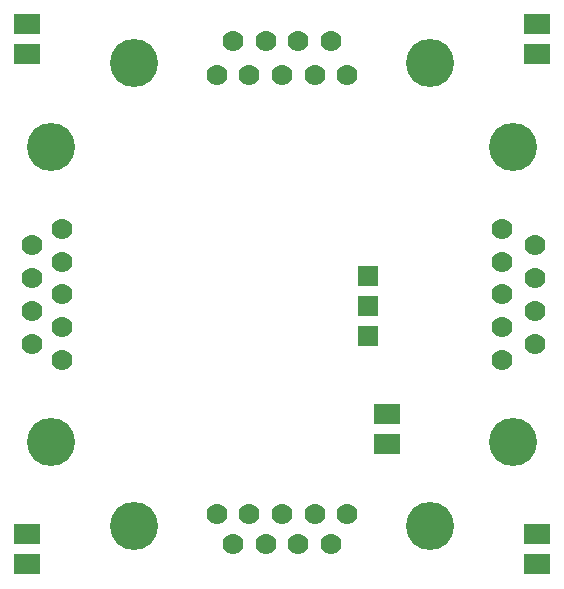
<source format=gbr>
%FSLAX14Y14*%
%MOIN*%
G04 EasyPC Gerber Version 18.0.1 Build 3581 *
%ADD80R,0.07000X0.07000*%
%ADD78C,0.07000*%
%ADD79C,0.16000*%
%ADD82R,0.09000X0.07000*%
X0Y0D02*
D02*
D78*
X1700Y8544D03*
Y9635D03*
Y10725D03*
Y11816D03*
X2700Y7999D03*
Y9089D03*
Y10180D03*
Y11271D03*
Y12361D03*
X7844Y2855D03*
Y17505D03*
X8389Y1855D03*
Y18620D03*
X8934Y2855D03*
Y17505D03*
X9480Y1855D03*
Y18620D03*
X10025Y2855D03*
Y17505D03*
X10570Y1855D03*
Y18620D03*
X11116Y2855D03*
Y17505D03*
X11661Y1855D03*
Y18620D03*
X12206Y2855D03*
Y17505D03*
X17350Y7999D03*
Y9089D03*
Y10180D03*
Y11271D03*
Y12361D03*
X18465Y8544D03*
Y9635D03*
Y10725D03*
Y11816D03*
D02*
D79*
X2315Y5260D03*
Y15100D03*
X5105Y2470D03*
Y17890D03*
X14945Y2470D03*
Y17890D03*
X17735Y5260D03*
Y15100D03*
D02*
D80*
X12900Y8805D03*
Y9805D03*
Y10805D03*
D02*
D82*
X1525Y1180D03*
Y2180D03*
Y18180D03*
Y19180D03*
X13525Y5180D03*
Y6180D03*
X18525Y1180D03*
Y2180D03*
Y18180D03*
Y19180D03*
X0Y0D02*
M02*

</source>
